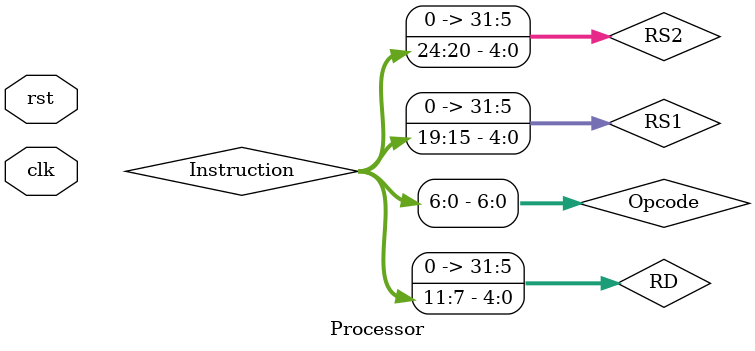
<source format=v>
`timescale 1ns / 1ps
/*******************************************************************
* Module: processor.v
* Project: Arch-Project-1
* Authors: Nadine Safwat nadine.hkm@aucegypt.edu
           Nour Kasaby N.Kasaby@aucegypt.edu
* Description: Will create all the need wires and will call the 
               modules and pass in the required signals/ wires 
* Change history: 17/10/23 – Created module in lab
                  03/11/23 -  edited module to include all instructions
**********************************************************************/


module Processor(
    input clk,
    input rst
    // input ssd_Clk,
    // input [1:0] led_Sel,
    // input [3:0] ssd_Sel,
    // output reg [15:0] Inst_exec,
    // output [6:0] LED_out,
    // output [3:0] Anode
    );
    
    reg [7:0] PC;
    wire [31:0] Instruction;
    
    wire Z_Flag;
    wire S_Flag;
    wire V_Flag;
    wire C_Flag;

    wire Branch;
    wire Jump;
    wire Mem_Read;
    wire [1:0] Reg_Write_Sel;
    wire Mem_Write;
    wire ALU_Src_1;
    wire ALU_Src_2;
    wire Reg_Write;
    wire [1:0] ALU_op;
    wire Branch_And;
    wire PC_en;
    wire [3:0] ALU_sel;
    
    wire [6:0] Opcode;
    wire [31:0] RS1;
    wire [31:0] RS2;
    wire [31:0] RD;
    wire [31:0] Read_Data1;
    wire [31:0] Read_Data2;
    
    wire [31:0] Immediate;
    wire [31:0] ALU_A;
    wire [31:0] ALU_B;
    wire [31:0] ALU_out;
    wire [31:0] Mem_out;
    reg [31:0] Write_Data_Reg;

    wire[2:0] Funct_3;
    wire Funct_7;
    
    assign Opcode = Instruction[6:0];
    assign RS1 = Instruction[19:15];
    assign RS2 = Instruction[24:20];
    assign RD = Instruction[11:7];
    
    assign Funct_3 = Instruction[14:12];
    assign Funct_7 = ({Funct_3,Instruction[6:2]} == 8'b000_00100) ? 1'b0: Instruction[30];
    
    assign ALU_A = ALU_Src_1 ? PC : Read_Data1;
    assign ALU_B = ALU_Src_2 ? Immediate : Read_Data2;
    
    assign PC_en = ({Instruction[20],Opcode} == 8'b1_1110011) ? 1'b0: 1'b1;

    always@(*) begin
        case(Reg_Write_Sel)
            2'b00: Write_Data_Reg = ALU_out;
            2'b01: Write_Data_Reg = Mem_out;
            2'b10: Write_Data_Reg = PC + 4;
            2'b11: Write_Data_Reg = Immediate;
        endcase
    end

    Inst_Mem IM(.Addr(PC), .Data_Out(Instruction));
    
    Control_Unit CU(.Opcode(Opcode[6:2]), .Branch(Branch), .Jump(Jump), .Mem_Read(Mem_Read), .Reg_Write_Sel(Reg_Write_Sel), .Mem_Write(Mem_Write), .ALU_Src_1(ALU_Src_1), .ALU_Src_2(ALU_Src_2), .Reg_Write(Reg_Write), .ALU_Op(ALU_Op));
    
    Reg_File RF(.clk(clk), .rst(rst), .Reg_Write(Reg_Write), .RS1(RS1), .RS2(RS2), .RD(RD), .Write_Data(Write_Data_Reg), .Read_Data1(Read_Data1), .Read_Data2(Read_Data2));
    
    Imm_Gen IG(.Opcode(Opcode), .Funct7_3({Funct_7, Funct_3}), .Gen_Out(Gen_Out));
    
    ALU_Control_Unit ALUCU(.Funct_7(Funct_7), .Funct_3(Funct_3), .ALU_Op(ALU_Op), .ALU_Sel(ALU_Sel));
    
    ALU ALU (.A(ALU_A), .B(ALU_B), .ALU_Sel(ALU_Sel), .Z_Flag(Z_Flag), .C_Flag(C_Flag), .S_Flag(S_Flag), .V_Flag(V_Flag), .ALU_out(ALU_out));
    
    Branch_Control_Unit BCU (.Funct_3(Funct_3), .Z_Flag(Z_Flag), .S_Flag(S_Flag), .V_Flag(V_Flag), .C_Flag(C_Flag), .Branch(Branch), .Branch_And(Branch_And));
    
    Data_Mem DM(.clk(clk), .Mem_Read(Mem_Read), .Funct_3(Funct_3), .Mem_Write(Mem_Write), .Addr(ALU_out[7:0]), .Data_In(ReadData2), .Data_Out(Mem_out));
    
    always @ (posedge clk or posedge rst) begin
        if(rst == 1)
            PC <= 0;
        else if (PCen == 0)
            PC <= PC;
        else begin
            if(BranchAnd) 
                PC <= (PC+Immediate)%256;
            else if(Jump)
                PC <= ALU_out;
            else 
                PC <= PC + 4;
       end   
    end
    
/* wire [7:0] PC4;
   wire [7:0] PC_Branch;
   wire [7:0] PC_in;

   assign PCin = PC;
   assign PC4 = PC + 4;
   assign PCBranch = (PC + Immediate)%256;

   always @ (*) begin
       case(ledSel) 
           2'b00: Inst_exec = Instruction[15:0];
           2'b01: Inst_exec = Instruction[31:16];
           2'b10: Inst_exec = { Zflag, Branch, Mem_Read, MemtoReg, ALU_Op, Mem_Write, ALUsrc, Reg_Write, BranchAnd, ALU_Sel};
   endcase
   end 

   reg [12:0] Num;
    
   always @ (*) begin
       case(ssdSel)
           4'b0000: Num = PC;
           4'b0001: Num = PC4;
           4'b0010: Num = PCBranch;
           4'b0011: Num = PCin;
           4'b0100: Num = ReadData1[12:0];
           4'b0101: Num = ReadData2[12:0];
           4'b0110: Num = write_Data[12:0];
           4'b0111: Num = Immediate[12:0];
           4'b1000: Num = Immediate[12:0];
           4'b1001: Num = ALU_B[12:0];
           4'b1010: Num = ALU_out[12:0];
           4'b1011: Num = Mem_out[12:0];
           default: Num = 13'b0;
           endcase
    end 
    Seven_seg ss (.clk(ssdClk), .num(Num), .Anode(Anode), .LED_out(LED_out)); */

endmodule

</source>
